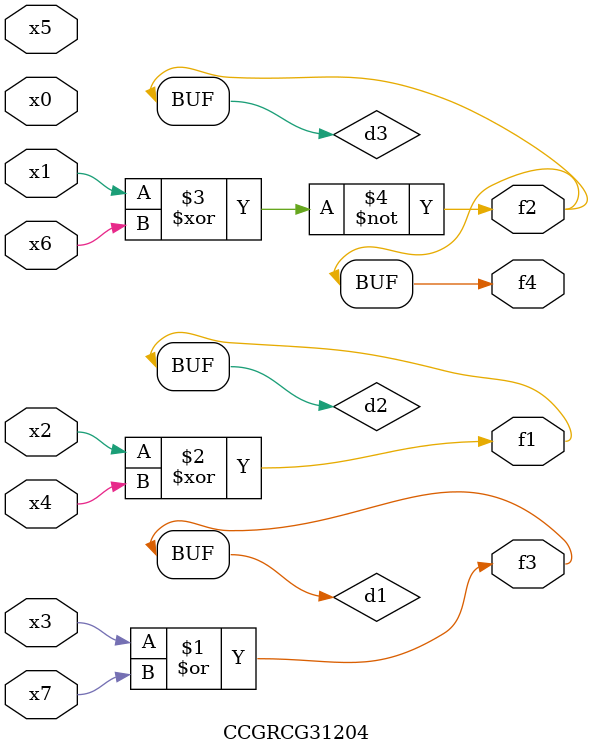
<source format=v>
module CCGRCG31204(
	input x0, x1, x2, x3, x4, x5, x6, x7,
	output f1, f2, f3, f4
);

	wire d1, d2, d3;

	or (d1, x3, x7);
	xor (d2, x2, x4);
	xnor (d3, x1, x6);
	assign f1 = d2;
	assign f2 = d3;
	assign f3 = d1;
	assign f4 = d3;
endmodule

</source>
